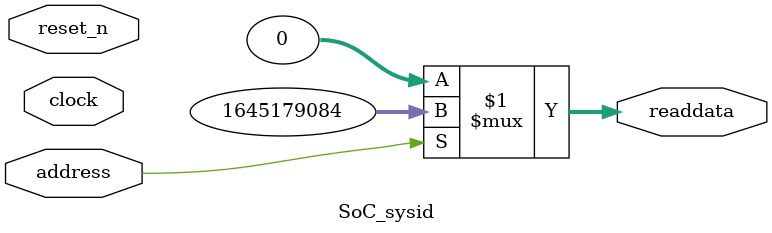
<source format=v>

`timescale 1ns / 1ps
// synthesis translate_on

// turn off superfluous verilog processor warnings 
// altera message_level Level1 
// altera message_off 10034 10035 10036 10037 10230 10240 10030 

module SoC_sysid (
               // inputs:
                address,
                clock,
                reset_n,

               // outputs:
                readdata
             )
;

  output  [ 31: 0] readdata;
  input            address;
  input            clock;
  input            reset_n;

  wire    [ 31: 0] readdata;
  //control_slave, which is an e_avalon_slave
  assign readdata = address ? 1645179084 : 0;

endmodule




</source>
